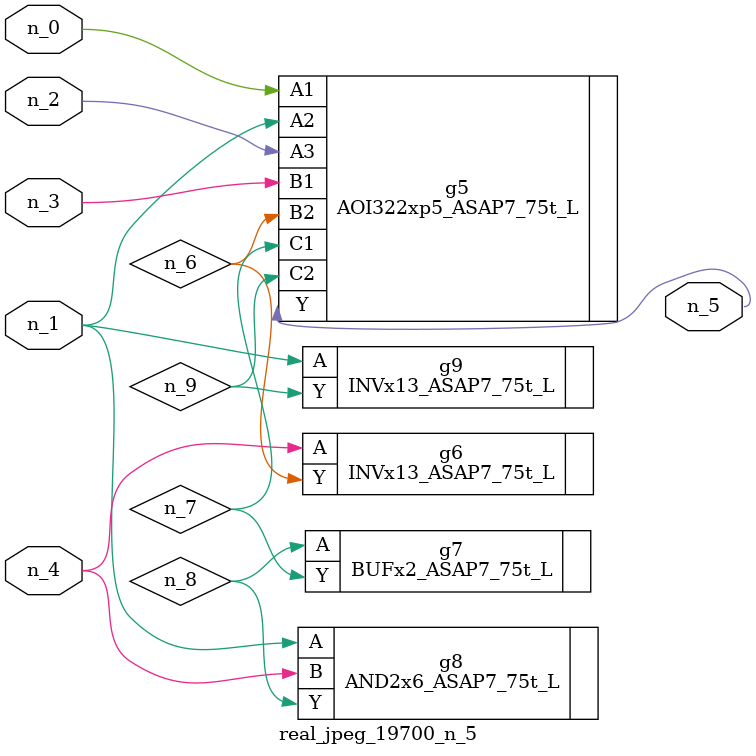
<source format=v>
module real_jpeg_19700_n_5 (n_4, n_0, n_1, n_2, n_3, n_5);

input n_4;
input n_0;
input n_1;
input n_2;
input n_3;

output n_5;

wire n_8;
wire n_6;
wire n_7;
wire n_9;

AOI322xp5_ASAP7_75t_L g5 ( 
.A1(n_0),
.A2(n_1),
.A3(n_2),
.B1(n_3),
.B2(n_6),
.C1(n_7),
.C2(n_9),
.Y(n_5)
);

AND2x6_ASAP7_75t_L g8 ( 
.A(n_1),
.B(n_4),
.Y(n_8)
);

INVx13_ASAP7_75t_L g9 ( 
.A(n_1),
.Y(n_9)
);

INVx13_ASAP7_75t_L g6 ( 
.A(n_4),
.Y(n_6)
);

BUFx2_ASAP7_75t_L g7 ( 
.A(n_8),
.Y(n_7)
);


endmodule
</source>
